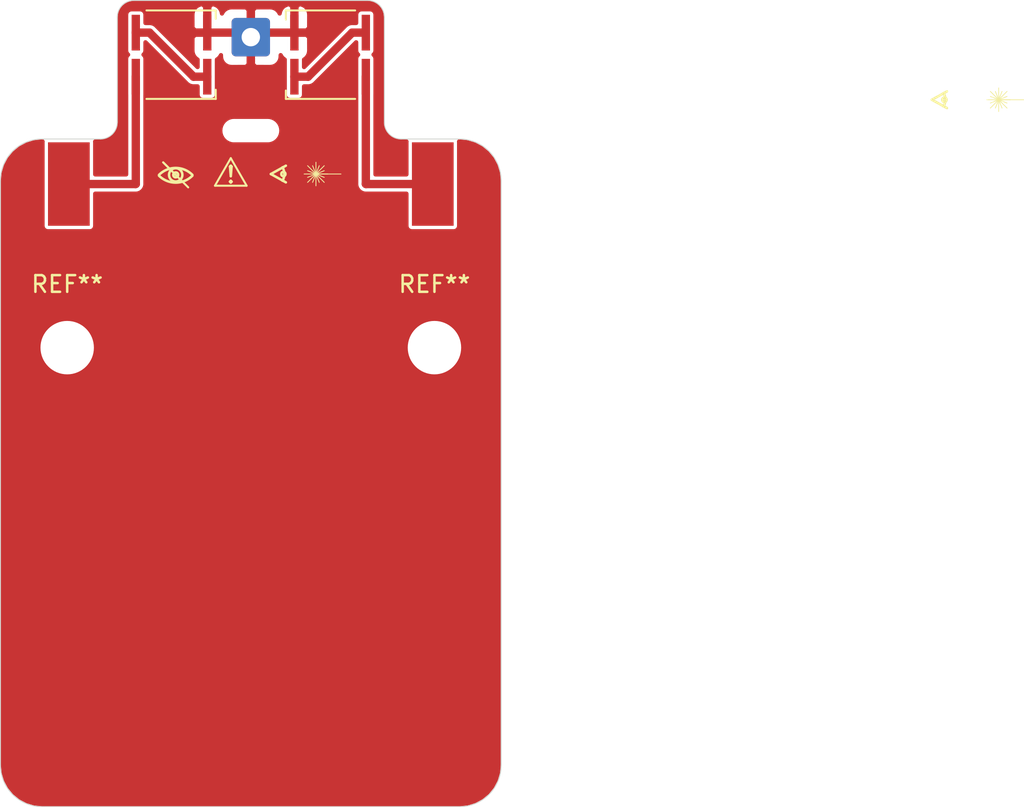
<source format=kicad_pcb>
(kicad_pcb (version 20171130) (host pcbnew "(5.1.8)-1")

  (general
    (thickness 1.6)
    (drawings 74)
    (tracks 16)
    (zones 0)
    (modules 8)
    (nets 6)
  )

  (page A4)
  (layers
    (0 F.Cu signal)
    (31 B.Cu signal)
    (32 B.Adhes user)
    (33 F.Adhes user)
    (34 B.Paste user)
    (35 F.Paste user)
    (36 B.SilkS user)
    (37 F.SilkS user)
    (38 B.Mask user)
    (39 F.Mask user)
    (40 Dwgs.User user hide)
    (41 Cmts.User user)
    (42 Eco1.User user)
    (43 Eco2.User user)
    (44 Edge.Cuts user)
    (45 Margin user)
    (46 B.CrtYd user)
    (47 F.CrtYd user)
    (48 B.Fab user)
    (49 F.Fab user hide)
  )

  (setup
    (last_trace_width 0.25)
    (user_trace_width 0.5)
    (user_trace_width 0.75)
    (user_trace_width 0.8)
    (trace_clearance 0.2)
    (zone_clearance 0)
    (zone_45_only no)
    (trace_min 0.2)
    (via_size 0.8)
    (via_drill 0.4)
    (via_min_size 0.4)
    (via_min_drill 0.3)
    (uvia_size 0.3)
    (uvia_drill 0.1)
    (uvias_allowed no)
    (uvia_min_size 0.2)
    (uvia_min_drill 0.1)
    (edge_width 0.05)
    (segment_width 0.2)
    (pcb_text_width 0.3)
    (pcb_text_size 1.5 1.5)
    (mod_edge_width 0.12)
    (mod_text_size 1 1)
    (mod_text_width 0.15)
    (pad_size 1 3)
    (pad_drill 1)
    (pad_to_mask_clearance 0)
    (aux_axis_origin 145.5 144.8)
    (grid_origin 145.5 144.8)
    (visible_elements 7FFFFFFF)
    (pcbplotparams
      (layerselection 0x010a8_7fffffff)
      (usegerberextensions false)
      (usegerberattributes true)
      (usegerberadvancedattributes true)
      (creategerberjobfile true)
      (excludeedgelayer true)
      (linewidth 0.100000)
      (plotframeref false)
      (viasonmask false)
      (mode 1)
      (useauxorigin false)
      (hpglpennumber 1)
      (hpglpenspeed 20)
      (hpglpendiameter 15.000000)
      (psnegative false)
      (psa4output false)
      (plotreference true)
      (plotvalue true)
      (plotinvisibletext false)
      (padsonsilk false)
      (subtractmaskfromsilk false)
      (outputformat 1)
      (mirror false)
      (drillshape 0)
      (scaleselection 1)
      (outputdirectory "gerber/"))
  )

  (net 0 "")
  (net 1 "Net-(D1-Pad2)")
  (net 2 "Net-(D1-Pad1)")
  (net 3 GND)
  (net 4 "Net-(D2-Pad3)")
  (net 5 "Net-(D2-Pad1)")

  (net_class Default "This is the default net class."
    (clearance 0.2)
    (trace_width 0.25)
    (via_dia 0.8)
    (via_drill 0.4)
    (uvia_dia 0.3)
    (uvia_drill 0.1)
    (add_net GND)
    (add_net "Net-(D1-Pad1)")
    (add_net "Net-(D1-Pad2)")
    (add_net "Net-(D2-Pad1)")
    (add_net "Net-(D2-Pad3)")
  )

  (module MountingHole:MountingHole_3.2mm_M3_DIN965 (layer F.Cu) (tedit 56D1B4CB) (tstamp 611A6EF5)
    (at 171.5 127.3)
    (descr "Mounting Hole 3.2mm, no annular, M3, DIN965")
    (tags "mounting hole 3.2mm no annular m3 din965")
    (attr virtual)
    (fp_text reference REF** (at 0 -3.8) (layer F.SilkS)
      (effects (font (size 1 1) (thickness 0.15)))
    )
    (fp_text value MountingHole_3.2mm_M3_DIN965 (at 0 3.8) (layer F.Fab)
      (effects (font (size 1 1) (thickness 0.15)))
    )
    (fp_text user %R (at 0.3 0) (layer F.Fab)
      (effects (font (size 1 1) (thickness 0.15)))
    )
    (fp_circle (center 0 0) (end 2.8 0) (layer Cmts.User) (width 0.15))
    (fp_circle (center 0 0) (end 3.05 0) (layer F.CrtYd) (width 0.05))
    (pad 1 np_thru_hole circle (at 0 0) (size 3.2 3.2) (drill 3.2) (layers *.Cu *.Mask))
  )

  (module MountingHole:MountingHole_3.2mm_M3_DIN965 (layer F.Cu) (tedit 56D1B4CB) (tstamp 611A6ED1)
    (at 149.5 127.3)
    (descr "Mounting Hole 3.2mm, no annular, M3, DIN965")
    (tags "mounting hole 3.2mm no annular m3 din965")
    (attr virtual)
    (fp_text reference REF** (at 0 -3.8) (layer F.SilkS)
      (effects (font (size 1 1) (thickness 0.15)))
    )
    (fp_text value MountingHole_3.2mm_M3_DIN965 (at 0 3.8) (layer F.Fab)
      (effects (font (size 1 1) (thickness 0.15)))
    )
    (fp_text user %R (at 0.3 0) (layer F.Fab)
      (effects (font (size 1 1) (thickness 0.15)))
    )
    (fp_circle (center 0 0) (end 2.8 0) (layer Cmts.User) (width 0.15))
    (fp_circle (center 0 0) (end 3.05 0) (layer F.CrtYd) (width 0.05))
    (pad 1 np_thru_hole circle (at 0 0) (size 3.2 3.2) (drill 3.2) (layers *.Cu *.Mask))
  )

  (module MountingHole:Hole_1x3mm (layer F.Cu) (tedit 610FFC89) (tstamp 61105B2D)
    (at 160.5 114.3 90)
    (fp_text reference REF** (at 0 0.5 90) (layer F.Fab)
      (effects (font (size 1 1) (thickness 0.15)))
    )
    (fp_text value Hole_1x3mm (at 0 -0.5 90) (layer F.Fab)
      (effects (font (size 1 1) (thickness 0.15)))
    )
    (pad "" np_thru_hole oval (at 0 0 90) (size 1 3) (drill oval 1 3) (layers *.Cu *.Mask))
  )

  (module Connector_Wire:SolderWirePad_1x01_SMD_2.5x5mm (layer F.Cu) (tedit 610FE725) (tstamp 61073EF4)
    (at 171.4 117.5)
    (descr "Wire Pad, Square, SMD Pad,  5mm x 10mm,")
    (tags "MesurementPoint Square SMDPad 5mmx10mm ")
    (path /6108993B)
    (attr smd virtual)
    (fp_text reference J3 (at 0 -3.81) (layer F.Fab)
      (effects (font (size 1 1) (thickness 0.15)))
    )
    (fp_text value Conn_01x01_Female (at 0 3.81) (layer F.Fab)
      (effects (font (size 1 1) (thickness 0.15)))
    )
    (fp_line (start 1.397 -2.667) (end -1.397 -2.667) (layer F.CrtYd) (width 0.05))
    (fp_line (start 1.397 2.667) (end 1.397 -2.667) (layer F.CrtYd) (width 0.05))
    (fp_line (start -1.397 2.667) (end 1.397 2.667) (layer F.CrtYd) (width 0.05))
    (fp_line (start -1.397 -2.667) (end -1.397 2.667) (layer F.CrtYd) (width 0.05))
    (fp_text user %R (at 0 0) (layer F.Fab)
      (effects (font (size 1 1) (thickness 0.15)))
    )
    (pad 1 smd rect (at 0 0) (size 2.5 5) (layers F.Cu F.Paste F.Mask)
      (net 4 "Net-(D2-Pad3)"))
  )

  (module Connector_Wire:SolderWirePad_1x01_SMD_2.5x5mm (layer F.Cu) (tedit 610FE725) (tstamp 611057AA)
    (at 149.6 117.5)
    (descr "Wire Pad, Square, SMD Pad,  5mm x 10mm,")
    (tags "MesurementPoint Square SMDPad 5mmx10mm ")
    (path /61088A0B)
    (attr smd virtual)
    (fp_text reference J2 (at 0 -3.81) (layer F.Fab)
      (effects (font (size 1 1) (thickness 0.15)))
    )
    (fp_text value Conn_01x01_Female (at 0 3.81) (layer F.Fab)
      (effects (font (size 1 1) (thickness 0.15)))
    )
    (fp_line (start 1.397 -2.667) (end -1.397 -2.667) (layer F.CrtYd) (width 0.05))
    (fp_line (start 1.397 2.667) (end 1.397 -2.667) (layer F.CrtYd) (width 0.05))
    (fp_line (start -1.397 2.667) (end 1.397 2.667) (layer F.CrtYd) (width 0.05))
    (fp_line (start -1.397 -2.667) (end -1.397 2.667) (layer F.CrtYd) (width 0.05))
    (fp_text user %R (at 0 0) (layer F.Fab)
      (effects (font (size 1 1) (thickness 0.15)))
    )
    (pad 1 smd rect (at 0 0) (size 2.5 5) (layers F.Cu F.Paste F.Mask)
      (net 2 "Net-(D1-Pad1)"))
  )

  (module Connector_Wire:SolderWire-0.5sqmm_1x01_D0.9mm_OD2.3mm locked (layer F.Cu) (tedit 5EB70B44) (tstamp 61073EDE)
    (at 160.5 108.7)
    (descr "Soldered wire connection, for a single 0.5 mm² wire, reinforced insulation, conductor diameter 0.9mm, outer diameter 2.3mm, size source Multi-Contact FLEXI-xV 0.5 (https://ec.staubli.com/AcroFiles/Catalogues/TM_Cab-Main-11014119_(en)_hi.pdf), bend radius 3 times outer diameter, generated with kicad-footprint-generator")
    (tags "connector wire 0.5sqmm")
    (path /6108A47A)
    (attr virtual)
    (fp_text reference J1 (at 0 -2.35) (layer F.Fab)
      (effects (font (size 1 1) (thickness 0.15)))
    )
    (fp_text value Conn_01x01_Female (at 0 2.35) (layer F.Fab)
      (effects (font (size 1 1) (thickness 0.15)))
    )
    (fp_circle (center 0 0) (end 1.15 0) (layer F.Fab) (width 0.1))
    (fp_line (start -1.9 -1.65) (end -1.9 1.65) (layer F.CrtYd) (width 0.05))
    (fp_line (start -1.9 1.65) (end 1.9 1.65) (layer F.CrtYd) (width 0.05))
    (fp_line (start 1.9 1.65) (end 1.9 -1.65) (layer F.CrtYd) (width 0.05))
    (fp_line (start 1.9 -1.65) (end -1.9 -1.65) (layer F.CrtYd) (width 0.05))
    (fp_text user %R (at 0 0) (layer F.Fab)
      (effects (font (size 0.57 0.57) (thickness 0.09)))
    )
    (pad 1 thru_hole roundrect (at 0 0) (size 2.3 2.3) (drill 1.1) (layers *.Cu *.Mask) (roundrect_rratio 0.108695652173913)
      (net 3 GND))
    (model ${KISYS3DMOD}/Connector_Wire.3dshapes/SolderWire-0.5sqmm_1x01_D0.9mm_OD2.3mm.wrl
      (at (xyz 0 0 0))
      (scale (xyz 1 1 1))
      (rotate (xyz 0 0 0))
    )
  )

  (module LED_SMD:LED_Cree-XHP50 locked (layer F.Cu) (tedit 607344C5) (tstamp 61073FF9)
    (at 165.25 109.75)
    (descr "Cree XHP50, 12V footprint, http://www.cree.com/~/media/Files/Cree/LED%20Components%20and%20Modules/XLamp/Data%20and%20Binning/ds%20XHP50.pdf")
    (tags "LED XHP50 Cree")
    (path /6107BABA)
    (attr smd)
    (fp_text reference D2 (at 0 -3.5) (layer F.Fab)
      (effects (font (size 1 1) (thickness 0.15)))
    )
    (fp_text value LED_Cree_XHP50 (at 0 3.5) (layer F.Fab)
      (effects (font (size 1 1) (thickness 0.15)))
    )
    (fp_line (start -2.5 -2.5) (end 2.5 -2.5) (layer F.Fab) (width 0.1))
    (fp_line (start 2.5 -2.5) (end 2.5 2.5) (layer F.Fab) (width 0.1))
    (fp_line (start 2.5 2.5) (end -2.5 2.5) (layer F.Fab) (width 0.1))
    (fp_line (start -2.5 2.5) (end -2.5 -2.5) (layer F.Fab) (width 0.1))
    (fp_line (start 2.7 -2.7) (end -2.7 -2.7) (layer F.CrtYd) (width 0.05))
    (fp_line (start -2.7 -2.7) (end -2.7 2.7) (layer F.CrtYd) (width 0.05))
    (fp_line (start -2.7 2.7) (end 2.7 2.7) (layer F.CrtYd) (width 0.05))
    (fp_line (start 2.7 2.7) (end 2.7 -2.7) (layer F.CrtYd) (width 0.05))
    (fp_line (start 1.5 -2.65) (end -2.65 -2.65) (layer F.SilkS) (width 0.12))
    (fp_line (start 1.5 2.65) (end -2.65 2.65) (layer F.SilkS) (width 0.12))
    (fp_line (start -2.65 2.65) (end -2.65 2.15) (layer F.SilkS) (width 0.12))
    (fp_line (start -2.65 -2.65) (end -2.65 -2.1) (layer F.SilkS) (width 0.12))
    (fp_line (start 2 -1.25) (end 1.25 -1.25) (layer F.Fab) (width 0.1))
    (fp_line (start 1.25 -1.25) (end 1.25 -1.75) (layer F.Fab) (width 0.1))
    (fp_line (start 1.25 -1.75) (end 0.5 -1.25) (layer F.Fab) (width 0.1))
    (fp_line (start 0.5 -1.25) (end 1.25 -0.75) (layer F.Fab) (width 0.1))
    (fp_line (start 1.25 -0.75) (end 1.25 -1.25) (layer F.Fab) (width 0.1))
    (fp_line (start 0.5 -1.75) (end 0.5 -0.75) (layer F.Fab) (width 0.1))
    (fp_line (start -2 -1.25) (end -1.25 -1.25) (layer F.Fab) (width 0.1))
    (fp_line (start -1.25 -1.25) (end -1.25 -1.75) (layer F.Fab) (width 0.1))
    (fp_line (start -1.25 -1.25) (end -1.25 -0.75) (layer F.Fab) (width 0.1))
    (fp_line (start -1.25 -1.25) (end -0.5 -1.75) (layer F.Fab) (width 0.1))
    (fp_line (start -0.5 -1.75) (end -0.5 -0.75) (layer F.Fab) (width 0.1))
    (fp_line (start -0.5 -0.75) (end -1.25 -1.25) (layer F.Fab) (width 0.1))
    (fp_line (start -0.5 -1.25) (end 0.5 -1.25) (layer F.Fab) (width 0.1))
    (fp_line (start 2 1.25) (end 1.25 1.25) (layer F.Fab) (width 0.1))
    (fp_line (start 1.25 0.75) (end 1.25 1.75) (layer F.Fab) (width 0.1))
    (fp_line (start 1.25 0.75) (end 0.5 1.25) (layer F.Fab) (width 0.1))
    (fp_line (start 0.5 1.25) (end 1.25 1.75) (layer F.Fab) (width 0.1))
    (fp_line (start 0.5 0.75) (end 0.5 1.75) (layer F.Fab) (width 0.1))
    (fp_line (start -2 1.25) (end -1.25 1.25) (layer F.Fab) (width 0.1))
    (fp_line (start -1.25 1.25) (end -1.25 0.75) (layer F.Fab) (width 0.1))
    (fp_line (start -1.25 1.25) (end -1.25 1.75) (layer F.Fab) (width 0.1))
    (fp_line (start -1.25 1.25) (end -0.5 0.75) (layer F.Fab) (width 0.1))
    (fp_line (start -0.5 0.75) (end -0.5 1.75) (layer F.Fab) (width 0.1))
    (fp_line (start -0.5 1.75) (end -1.25 1.25) (layer F.Fab) (width 0.1))
    (fp_line (start -0.5 1.25) (end 0.5 1.25) (layer F.Fab) (width 0.1))
    (fp_text user %R (at 0 0) (layer F.Fab)
      (effects (font (size 1 1) (thickness 0.1)))
    )
    (pad 2 smd rect (at -2.14 -1.32) (size 0.5 2.14) (layers F.Cu F.Paste F.Mask)
      (net 3 GND))
    (pad 3 smd rect (at 2.14 1.32) (size 0.5 2.14) (layers F.Cu F.Paste F.Mask)
      (net 4 "Net-(D2-Pad3)"))
    (pad 5 smd rect (at 0 0) (size 2.78 4.78) (layers F.Paste)
      (net 5 "Net-(D2-Pad1)"))
    (pad 1 smd rect (at 2.14 -1.32) (size 0.5 2.14) (layers F.Cu F.Paste F.Mask)
      (net 5 "Net-(D2-Pad1)"))
    (pad 4 smd rect (at -2.14 1.32) (size 0.5 2.14) (layers F.Cu F.Paste F.Mask)
      (net 5 "Net-(D2-Pad1)"))
    (model ${KISYS3DMOD}/LED_SMD.3dshapes\LED_Cree-XHP50_12V.wrl
      (at (xyz 0 0 0))
      (scale (xyz 1 1 1))
      (rotate (xyz 0 0 0))
    )
  )

  (module LED_SMD:LED_Cree-XHP50 locked (layer F.Cu) (tedit 607344C5) (tstamp 61073EA6)
    (at 155.75 109.75 180)
    (descr "Cree XHP50, 12V footprint, http://www.cree.com/~/media/Files/Cree/LED%20Components%20and%20Modules/XLamp/Data%20and%20Binning/ds%20XHP50.pdf")
    (tags "LED XHP50 Cree")
    (path /6107AC0E)
    (attr smd)
    (fp_text reference D1 (at 0 -3.5) (layer F.Fab)
      (effects (font (size 1 1) (thickness 0.15)))
    )
    (fp_text value LED_Cree_XHP50 (at 0 3.5) (layer F.Fab)
      (effects (font (size 1 1) (thickness 0.15)))
    )
    (fp_line (start -2.5 -2.5) (end 2.5 -2.5) (layer F.Fab) (width 0.1))
    (fp_line (start 2.5 -2.5) (end 2.5 2.5) (layer F.Fab) (width 0.1))
    (fp_line (start 2.5 2.5) (end -2.5 2.5) (layer F.Fab) (width 0.1))
    (fp_line (start -2.5 2.5) (end -2.5 -2.5) (layer F.Fab) (width 0.1))
    (fp_line (start 2.7 -2.7) (end -2.7 -2.7) (layer F.CrtYd) (width 0.05))
    (fp_line (start -2.7 -2.7) (end -2.7 2.7) (layer F.CrtYd) (width 0.05))
    (fp_line (start -2.7 2.7) (end 2.7 2.7) (layer F.CrtYd) (width 0.05))
    (fp_line (start 2.7 2.7) (end 2.7 -2.7) (layer F.CrtYd) (width 0.05))
    (fp_line (start 1.5 -2.65) (end -2.65 -2.65) (layer F.SilkS) (width 0.12))
    (fp_line (start 1.5 2.65) (end -2.65 2.65) (layer F.SilkS) (width 0.12))
    (fp_line (start -2.65 2.65) (end -2.65 2.15) (layer F.SilkS) (width 0.12))
    (fp_line (start -2.65 -2.65) (end -2.65 -2.1) (layer F.SilkS) (width 0.12))
    (fp_line (start 2 -1.25) (end 1.25 -1.25) (layer F.Fab) (width 0.1))
    (fp_line (start 1.25 -1.25) (end 1.25 -1.75) (layer F.Fab) (width 0.1))
    (fp_line (start 1.25 -1.75) (end 0.5 -1.25) (layer F.Fab) (width 0.1))
    (fp_line (start 0.5 -1.25) (end 1.25 -0.75) (layer F.Fab) (width 0.1))
    (fp_line (start 1.25 -0.75) (end 1.25 -1.25) (layer F.Fab) (width 0.1))
    (fp_line (start 0.5 -1.75) (end 0.5 -0.75) (layer F.Fab) (width 0.1))
    (fp_line (start -2 -1.25) (end -1.25 -1.25) (layer F.Fab) (width 0.1))
    (fp_line (start -1.25 -1.25) (end -1.25 -1.75) (layer F.Fab) (width 0.1))
    (fp_line (start -1.25 -1.25) (end -1.25 -0.75) (layer F.Fab) (width 0.1))
    (fp_line (start -1.25 -1.25) (end -0.5 -1.75) (layer F.Fab) (width 0.1))
    (fp_line (start -0.5 -1.75) (end -0.5 -0.75) (layer F.Fab) (width 0.1))
    (fp_line (start -0.5 -0.75) (end -1.25 -1.25) (layer F.Fab) (width 0.1))
    (fp_line (start -0.5 -1.25) (end 0.5 -1.25) (layer F.Fab) (width 0.1))
    (fp_line (start 2 1.25) (end 1.25 1.25) (layer F.Fab) (width 0.1))
    (fp_line (start 1.25 0.75) (end 1.25 1.75) (layer F.Fab) (width 0.1))
    (fp_line (start 1.25 0.75) (end 0.5 1.25) (layer F.Fab) (width 0.1))
    (fp_line (start 0.5 1.25) (end 1.25 1.75) (layer F.Fab) (width 0.1))
    (fp_line (start 0.5 0.75) (end 0.5 1.75) (layer F.Fab) (width 0.1))
    (fp_line (start -2 1.25) (end -1.25 1.25) (layer F.Fab) (width 0.1))
    (fp_line (start -1.25 1.25) (end -1.25 0.75) (layer F.Fab) (width 0.1))
    (fp_line (start -1.25 1.25) (end -1.25 1.75) (layer F.Fab) (width 0.1))
    (fp_line (start -1.25 1.25) (end -0.5 0.75) (layer F.Fab) (width 0.1))
    (fp_line (start -0.5 0.75) (end -0.5 1.75) (layer F.Fab) (width 0.1))
    (fp_line (start -0.5 1.75) (end -1.25 1.25) (layer F.Fab) (width 0.1))
    (fp_line (start -0.5 1.25) (end 0.5 1.25) (layer F.Fab) (width 0.1))
    (fp_text user %R (at 0 0) (layer F.Fab)
      (effects (font (size 1 1) (thickness 0.1)))
    )
    (pad 2 smd rect (at -2.14 -1.32 180) (size 0.5 2.14) (layers F.Cu F.Paste F.Mask)
      (net 1 "Net-(D1-Pad2)"))
    (pad 3 smd rect (at 2.14 1.32 180) (size 0.5 2.14) (layers F.Cu F.Paste F.Mask)
      (net 1 "Net-(D1-Pad2)"))
    (pad 5 smd rect (at 0 0 180) (size 2.78 4.78) (layers F.Paste)
      (net 1 "Net-(D1-Pad2)"))
    (pad 1 smd rect (at 2.14 -1.32 180) (size 0.5 2.14) (layers F.Cu F.Paste F.Mask)
      (net 2 "Net-(D1-Pad1)"))
    (pad 4 smd rect (at -2.14 1.32 180) (size 0.5 2.14) (layers F.Cu F.Paste F.Mask)
      (net 3 GND))
    (model ${KISYS3DMOD}/LED_SMD.3dshapes\LED_Cree-XHP50_12V.wrl
      (at (xyz 0 0 0))
      (scale (xyz 1 1 1))
      (rotate (xyz 0 0 0))
    )
  )

  (dimension 40 (width 0.15) (layer Dwgs.User)
    (gr_text "40,000 mm" (at 185.8 134.8 270) (layer Dwgs.User)
      (effects (font (size 1 1) (thickness 0.15)))
    )
    (feature1 (pts (xy 175.5 154.8) (xy 185.086421 154.8)))
    (feature2 (pts (xy 175.5 114.8) (xy 185.086421 114.8)))
    (crossbar (pts (xy 184.5 114.8) (xy 184.5 154.8)))
    (arrow1a (pts (xy 184.5 154.8) (xy 183.913579 153.673496)))
    (arrow1b (pts (xy 184.5 154.8) (xy 185.086421 153.673496)))
    (arrow2a (pts (xy 184.5 114.8) (xy 183.913579 115.926504)))
    (arrow2b (pts (xy 184.5 114.8) (xy 185.086421 115.926504)))
  )
  (gr_line (start 205.3 112.45) (end 205.8 112.65) (layer F.SilkS) (width 0.05) (tstamp 610FC554))
  (gr_line (start 205.3 112.45) (end 204.8 112.95) (layer F.SilkS) (width 0.05) (tstamp 610FC553))
  (gr_circle (center 156 116.95) (end 156.4 116.95) (layer F.SilkS) (width 0.15) (tstamp 610FC546))
  (gr_line (start 156 116.95) (end 155.25 116.2) (layer F.SilkS) (width 0.12) (tstamp 610FC542))
  (gr_line (start 201.3 112.45) (end 202.2 111.95) (layer F.SilkS) (width 0.15) (tstamp 610FC53C))
  (gr_line (start 205.3 112.45) (end 205.5 111.95) (layer F.SilkS) (width 0.05) (tstamp 610FC552))
  (gr_line (start 205.3 112.45) (end 206.007107 112.45) (layer F.SilkS) (width 0.05) (tstamp 610FC550))
  (gr_line (start 205.3 112.45) (end 205.8 112.25) (layer F.SilkS) (width 0.05) (tstamp 610FC559))
  (gr_line (start 205.3 112.45) (end 204.8 111.95) (layer F.SilkS) (width 0.05) (tstamp 610FC55B))
  (gr_line (start 205.3 112.45) (end 205.3 111.742893) (layer F.SilkS) (width 0.05) (tstamp 610FC54F))
  (gr_arc (start 156 117.949998) (end 156.999999 116.949999) (angle -90) (layer F.SilkS) (width 0.15) (tstamp 610FC547))
  (gr_arc (start 156 116) (end 155.000001 116.999999) (angle -90) (layer F.SilkS) (width 0.15) (tstamp 610FC548))
  (gr_line (start 201.3 112.45) (end 202.2 112.95) (layer F.SilkS) (width 0.15) (tstamp 610FC53B))
  (gr_line (start 205.3 112.45) (end 205.8 111.95) (layer F.SilkS) (width 0.05) (tstamp 610FC54D))
  (gr_line (start 205.3 112.45) (end 204.592893 112.45) (layer F.SilkS) (width 0.05) (tstamp 610FC551))
  (gr_line (start 159.3 115.95) (end 160.25 117.6) (layer F.SilkS) (width 0.12) (tstamp 610FC543))
  (gr_line (start 155.25 116.2) (end 156.75 117.7) (layer F.SilkS) (width 0.12) (tstamp 610FC541))
  (gr_arc (start 201.3 112.45) (end 201.999999 112.849999) (angle -59.5) (layer F.SilkS) (width 0.15) (tstamp 610FC53A))
  (gr_line (start 159.3 115.95) (end 158.35 117.6) (layer F.SilkS) (width 0.12) (tstamp 610FC544))
  (gr_line (start 205.3 112.45) (end 204.8 112.25) (layer F.SilkS) (width 0.05) (tstamp 610FC55C))
  (gr_line (start 205.3 112.45) (end 204.8 112.65) (layer F.SilkS) (width 0.05) (tstamp 610FC557))
  (gr_line (start 160.25 117.6) (end 158.35 117.6) (layer F.SilkS) (width 0.12) (tstamp 610FC54C))
  (gr_line (start 205.3 112.45) (end 206.8 112.45) (layer F.SilkS) (width 0.05) (tstamp 610FC53D))
  (gr_line (start 205.3 112.45) (end 205.1 112.95) (layer F.SilkS) (width 0.05) (tstamp 610FC55A))
  (gr_line (start 205.3 112.45) (end 205.8 112.95) (layer F.SilkS) (width 0.05) (tstamp 610FC54E))
  (gr_circle (center 202.05 112.45) (end 202.1 112.45) (layer F.SilkS) (width 0.15) (tstamp 610FC539))
  (gr_line (start 205.3 112.45) (end 205.5 112.95) (layer F.SilkS) (width 0.05) (tstamp 610FC556))
  (gr_circle (center 156 116.95) (end 156.070711 116.95) (layer F.SilkS) (width 0.15) (tstamp 610FC545))
  (gr_line (start 205.3 112.45) (end 205.3 113.157107) (layer F.SilkS) (width 0.05) (tstamp 610FC558))
  (gr_line (start 205.3 112.45) (end 205.1 111.95) (layer F.SilkS) (width 0.05) (tstamp 610FC555))
  (gr_text ! (at 159.3 116.95) (layer F.SilkS) (tstamp 610FC55D)
    (effects (font (size 1 1) (thickness 0.15)))
  )
  (dimension 1 (width 0.15) (layer Dwgs.User)
    (gr_text "1,000 mm" (at 185.7 114.3 90) (layer Dwgs.User)
      (effects (font (size 1 1) (thickness 0.15)))
    )
    (feature1 (pts (xy 145.5 113.8) (xy 184.986421 113.8)))
    (feature2 (pts (xy 145.5 114.8) (xy 184.986421 114.8)))
    (crossbar (pts (xy 184.4 114.8) (xy 184.4 113.8)))
    (arrow1a (pts (xy 184.4 113.8) (xy 184.986421 114.926504)))
    (arrow1b (pts (xy 184.4 113.8) (xy 183.813579 114.926504)))
    (arrow2a (pts (xy 184.4 114.8) (xy 184.986421 113.673496)))
    (arrow2b (pts (xy 184.4 114.8) (xy 183.813579 113.673496)))
  )
  (gr_line (start 168.5 113.8) (end 168.5 107.5) (layer Edge.Cuts) (width 0.05) (tstamp 61105768))
  (gr_line (start 173 114.8) (end 169.5 114.8) (layer Edge.Cuts) (width 0.05) (tstamp 61105767))
  (gr_arc (start 169.5 113.8) (end 168.5 113.8) (angle -90) (layer Edge.Cuts) (width 0.05))
  (gr_line (start 152.5 113.8) (end 152.5 107.5) (layer Edge.Cuts) (width 0.05) (tstamp 6110575B))
  (gr_line (start 148 114.8) (end 151.5 114.8) (layer Edge.Cuts) (width 0.05) (tstamp 61105759))
  (gr_arc (start 151.5 113.8) (end 151.5 114.8) (angle -90) (layer Edge.Cuts) (width 0.05))
  (gr_line (start 145.5 152.3) (end 145.5 117.3) (layer Edge.Cuts) (width 0.05) (tstamp 61105474))
  (gr_line (start 175.5 152.3) (end 175.5 117.3) (layer Edge.Cuts) (width 0.05) (tstamp 61105473))
  (gr_line (start 148 154.8) (end 173 154.8) (layer Edge.Cuts) (width 0.05) (tstamp 61105472))
  (gr_arc (start 173 152.3) (end 173 154.8) (angle -90) (layer Edge.Cuts) (width 0.05))
  (gr_arc (start 148 152.3) (end 145.5 152.3) (angle -90) (layer Edge.Cuts) (width 0.05))
  (gr_arc (start 148 117.3) (end 148 114.8) (angle -90) (layer Edge.Cuts) (width 0.05))
  (gr_arc (start 173 117.3) (end 175.5 117.3) (angle -90) (layer Edge.Cuts) (width 0.05))
  (dimension 2.5 (width 0.15) (layer Dwgs.User)
    (gr_text "2,500 mm" (at 185.7 116.05 270) (layer Dwgs.User)
      (effects (font (size 1 1) (thickness 0.15)))
    )
    (feature1 (pts (xy 145.5 117.3) (xy 184.986421 117.3)))
    (feature2 (pts (xy 145.5 114.8) (xy 184.986421 114.8)))
    (crossbar (pts (xy 184.4 114.8) (xy 184.4 117.3)))
    (arrow1a (pts (xy 184.4 117.3) (xy 183.813579 116.173496)))
    (arrow1b (pts (xy 184.4 117.3) (xy 184.986421 116.173496)))
    (arrow2a (pts (xy 184.4 114.8) (xy 183.813579 115.926504)))
    (arrow2b (pts (xy 184.4 114.8) (xy 184.986421 115.926504)))
  )
  (dimension 30 (width 0.15) (layer Dwgs.User)
    (gr_text "30,000 mm" (at 160.5 162.1) (layer Dwgs.User) (tstamp 611A5BAD)
      (effects (font (size 1 1) (thickness 0.15)))
    )
    (feature1 (pts (xy 175.5 106.5) (xy 175.5 161.386421)))
    (feature2 (pts (xy 145.5 106.5) (xy 145.5 161.386421)))
    (crossbar (pts (xy 145.5 160.8) (xy 175.5 160.8)))
    (arrow1a (pts (xy 175.5 160.8) (xy 174.373496 161.386421)))
    (arrow1b (pts (xy 175.5 160.8) (xy 174.373496 160.213579)))
    (arrow2a (pts (xy 145.5 160.8) (xy 146.626504 161.386421)))
    (arrow2b (pts (xy 145.5 160.8) (xy 146.626504 160.213579)))
  )
  (dimension 15 (width 0.15) (layer Dwgs.User)
    (gr_text "15,000 mm" (at 153 99.7) (layer Dwgs.User)
      (effects (font (size 1 1) (thickness 0.15)))
    )
    (feature1 (pts (xy 145.5 106.5) (xy 145.5 100.413579)))
    (feature2 (pts (xy 160.5 106.5) (xy 160.5 100.413579)))
    (crossbar (pts (xy 160.5 101) (xy 145.5 101)))
    (arrow1a (pts (xy 145.5 101) (xy 146.626504 100.413579)))
    (arrow1b (pts (xy 145.5 101) (xy 146.626504 101.586421)))
    (arrow2a (pts (xy 160.5 101) (xy 159.373496 100.413579)))
    (arrow2b (pts (xy 160.5 101) (xy 159.373496 101.586421)))
  )
  (dimension 15 (width 0.15) (layer Dwgs.User)
    (gr_text "15,000 mm" (at 168 99.7) (layer Dwgs.User)
      (effects (font (size 1 1) (thickness 0.15)))
    )
    (feature1 (pts (xy 175.5 106.5) (xy 175.5 100.413579)))
    (feature2 (pts (xy 160.5 106.5) (xy 160.5 100.413579)))
    (crossbar (pts (xy 160.5 101) (xy 175.5 101)))
    (arrow1a (pts (xy 175.5 101) (xy 174.373496 101.586421)))
    (arrow1b (pts (xy 175.5 101) (xy 174.373496 100.413579)))
    (arrow2a (pts (xy 160.5 101) (xy 161.626504 101.586421)))
    (arrow2b (pts (xy 160.5 101) (xy 161.626504 100.413579)))
  )
  (gr_arc (start 167.5 107.5) (end 168.5 107.5) (angle -90) (layer Edge.Cuts) (width 0.05))
  (gr_arc (start 153.5 107.5) (end 153.5 106.5) (angle -90) (layer Edge.Cuts) (width 0.05))
  (gr_line (start 153.5 106.5) (end 167.5 106.5) (layer Edge.Cuts) (width 0.05))
  (gr_circle (center 162.45 116.9) (end 162.5 116.9) (layer F.SilkS) (width 0.15))
  (gr_arc (start 161.7 116.9) (end 162.399999 117.299999) (angle -59.5) (layer F.SilkS) (width 0.15))
  (gr_line (start 161.7 116.9) (end 162.6 117.4) (layer F.SilkS) (width 0.15))
  (gr_line (start 161.7 116.9) (end 162.6 116.4) (layer F.SilkS) (width 0.15) (tstamp 610FEA16))
  (gr_line (start 164.4 116.9) (end 165.9 116.9) (layer F.SilkS) (width 0.05))
  (gr_line (start 164.4 116.9) (end 164.2 117.4) (layer F.SilkS) (width 0.05))
  (gr_line (start 164.4 116.9) (end 164.6 116.4) (layer F.SilkS) (width 0.05))
  (gr_line (start 164.4 116.9) (end 164.2 116.4) (layer F.SilkS) (width 0.05))
  (gr_line (start 164.4 116.9) (end 163.9 116.7) (layer F.SilkS) (width 0.05))
  (gr_line (start 164.4 116.9) (end 164.6 117.4) (layer F.SilkS) (width 0.05))
  (gr_line (start 164.4 116.9) (end 164.9 117.1) (layer F.SilkS) (width 0.05))
  (gr_line (start 164.4 116.9) (end 163.9 117.1) (layer F.SilkS) (width 0.05))
  (gr_line (start 164.4 116.9) (end 164.9 116.7) (layer F.SilkS) (width 0.05))
  (gr_line (start 164.4 116.9) (end 163.9 117.4) (layer F.SilkS) (width 0.05))
  (gr_line (start 164.4 116.9) (end 164.9 116.4) (layer F.SilkS) (width 0.05))
  (gr_line (start 164.4 116.9) (end 163.9 116.4) (layer F.SilkS) (width 0.05))
  (gr_line (start 164.4 116.9) (end 164.9 117.4) (layer F.SilkS) (width 0.05))
  (gr_line (start 164.4 116.9) (end 164.4 117.607107) (layer F.SilkS) (width 0.05) (tstamp 610760FA))
  (gr_line (start 164.4 116.9) (end 163.692893 116.9) (layer F.SilkS) (width 0.05) (tstamp 610760F9))
  (gr_line (start 164.4 116.9) (end 164.4 116.192893) (layer F.SilkS) (width 0.05) (tstamp 610760F8))
  (gr_line (start 164.4 116.9) (end 165.107107 116.9) (layer F.SilkS) (width 0.05) (tstamp 610760F7))

  (segment (start 153.61 108.43) (end 154.43 108.43) (width 0.5) (layer F.Cu) (net 1))
  (segment (start 157.07 111.07) (end 157.89 111.07) (width 0.5) (layer F.Cu) (net 1))
  (segment (start 154.43 108.43) (end 157.07 111.07) (width 0.5) (layer F.Cu) (net 1))
  (segment (start 153.61 111.07) (end 153.61 117.49) (width 0.5) (layer F.Cu) (net 2))
  (segment (start 153.6 117.5) (end 149.6 117.5) (width 0.5) (layer F.Cu) (net 2))
  (segment (start 153.61 117.49) (end 153.6 117.5) (width 0.5) (layer F.Cu) (net 2))
  (segment (start 160.23 108.43) (end 160.5 108.7) (width 0.5) (layer F.Cu) (net 3))
  (segment (start 157.89 108.43) (end 160.23 108.43) (width 0.5) (layer F.Cu) (net 3))
  (segment (start 160.77 108.43) (end 160.5 108.7) (width 0.5) (layer F.Cu) (net 3))
  (segment (start 163.11 108.43) (end 160.77 108.43) (width 0.5) (layer F.Cu) (net 3))
  (segment (start 167.39 111.07) (end 167.39 117.49) (width 0.5) (layer F.Cu) (net 4))
  (segment (start 167.4 117.5) (end 171.4 117.5) (width 0.5) (layer F.Cu) (net 4))
  (segment (start 167.39 117.49) (end 167.4 117.5) (width 0.5) (layer F.Cu) (net 4))
  (segment (start 167.39 108.43) (end 166.57 108.43) (width 0.5) (layer F.Cu) (net 5))
  (segment (start 163.93 111.07) (end 163.11 111.07) (width 0.5) (layer F.Cu) (net 5))
  (segment (start 166.57 108.43) (end 163.93 111.07) (width 0.5) (layer F.Cu) (net 5))

  (zone (net 3) (net_name GND) (layer F.Cu) (tstamp 61105BB9) (hatch edge 0.508)
    (connect_pads (clearance 0))
    (min_thickness 0.254)
    (fill yes (arc_segments 32) (thermal_gap 0.508) (thermal_bridge_width 0.508))
    (polygon
      (pts
        (xy 175.5 154.8) (xy 145.5 154.8) (xy 145.5 106.5) (xy 175.5 106.5)
      )
    )
    (filled_polygon
      (pts
        (xy 167.664569 106.668866) (xy 167.822871 106.71666) (xy 167.968872 106.794289) (xy 168.097015 106.8988) (xy 168.202418 107.026209)
        (xy 168.281069 107.171671) (xy 168.329966 107.329631) (xy 168.348001 107.501221) (xy 168.348 113.807461) (xy 168.348694 113.814503)
        (xy 168.34865 113.820758) (xy 168.348857 113.82287) (xy 168.369258 114.016967) (xy 168.372027 114.030457) (xy 168.374609 114.043994)
        (xy 168.375223 114.046025) (xy 168.432935 114.232463) (xy 168.43826 114.24513) (xy 168.443434 114.257937) (xy 168.44443 114.259811)
        (xy 168.537255 114.431487) (xy 168.544954 114.442902) (xy 168.552503 114.454437) (xy 168.553844 114.456082) (xy 168.678248 114.606459)
        (xy 168.688043 114.616186) (xy 168.697663 114.62601) (xy 168.699298 114.627363) (xy 168.85054 114.750713) (xy 168.86202 114.75834)
        (xy 168.873382 114.76612) (xy 168.875248 114.767129) (xy 169.047571 114.858754) (xy 169.060314 114.864007) (xy 169.07297 114.869431)
        (xy 169.074997 114.870059) (xy 169.261833 114.926468) (xy 169.275393 114.929153) (xy 169.288823 114.932008) (xy 169.290933 114.93223)
        (xy 169.485167 114.951275) (xy 169.485178 114.951275) (xy 169.492538 114.952) (xy 169.826146 114.952) (xy 169.821418 115)
        (xy 169.821418 116.923) (xy 167.967 116.923) (xy 167.967 112.156061) (xy 167.968582 112.14) (xy 167.968582 110)
        (xy 167.962268 109.935897) (xy 167.94357 109.874257) (xy 167.913206 109.81745) (xy 167.872343 109.767657) (xy 167.850827 109.75)
        (xy 167.872343 109.732343) (xy 167.913206 109.68255) (xy 167.94357 109.625743) (xy 167.962268 109.564103) (xy 167.968582 109.5)
        (xy 167.968582 108.442275) (xy 167.969791 108.43) (xy 167.968582 108.417725) (xy 167.968582 107.36) (xy 167.962268 107.295897)
        (xy 167.94357 107.234257) (xy 167.913206 107.17745) (xy 167.872343 107.127657) (xy 167.82255 107.086794) (xy 167.765743 107.05643)
        (xy 167.704103 107.037732) (xy 167.64 107.031418) (xy 167.14 107.031418) (xy 167.075897 107.037732) (xy 167.014257 107.05643)
        (xy 166.95745 107.086794) (xy 166.907657 107.127657) (xy 166.866794 107.17745) (xy 166.83643 107.234257) (xy 166.817732 107.295897)
        (xy 166.811418 107.36) (xy 166.811418 107.853) (xy 166.598331 107.853) (xy 166.57 107.85021) (xy 166.541669 107.853)
        (xy 166.541664 107.853) (xy 166.514886 107.855637) (xy 166.456888 107.861349) (xy 166.392782 107.880796) (xy 166.348124 107.894343)
        (xy 166.247885 107.947921) (xy 166.160026 108.020026) (xy 166.141961 108.042038) (xy 163.690999 110.493) (xy 163.688582 110.493)
        (xy 163.688582 110.044002) (xy 163.72054 110.026447) (xy 163.816317 109.945994) (xy 163.894558 109.848401) (xy 163.952257 109.737419)
        (xy 163.987195 109.617314) (xy 163.99803 109.4927) (xy 163.995 108.71575) (xy 163.83625 108.557) (xy 163.233 108.557)
        (xy 163.233 108.577) (xy 162.987 108.577) (xy 162.987 108.557) (xy 162.963 108.557) (xy 162.963 108.303)
        (xy 162.987 108.303) (xy 162.987 106.88375) (xy 163.233 106.88375) (xy 163.233 108.303) (xy 163.83625 108.303)
        (xy 163.995 108.14425) (xy 163.99803 107.3673) (xy 163.987195 107.242686) (xy 163.952257 107.122581) (xy 163.894558 107.011599)
        (xy 163.816317 106.914006) (xy 163.72054 106.833553) (xy 163.610908 106.773331) (xy 163.491633 106.735653) (xy 163.39175 106.725)
        (xy 163.233 106.88375) (xy 162.987 106.88375) (xy 162.82825 106.725) (xy 162.728367 106.735653) (xy 162.609092 106.773331)
        (xy 162.49946 106.833553) (xy 162.403683 106.914006) (xy 162.325442 107.011599) (xy 162.267743 107.122581) (xy 162.232805 107.242686)
        (xy 162.229021 107.286211) (xy 162.180537 107.195506) (xy 162.101185 107.098815) (xy 162.004494 107.019463) (xy 161.89418 106.960498)
        (xy 161.774482 106.924188) (xy 161.65 106.911928) (xy 160.78575 106.915) (xy 160.627 107.07375) (xy 160.627 108.573)
        (xy 160.647 108.573) (xy 160.647 108.827) (xy 160.627 108.827) (xy 160.627 110.32625) (xy 160.78575 110.485)
        (xy 161.65 110.488072) (xy 161.774482 110.475812) (xy 161.89418 110.439502) (xy 162.004494 110.380537) (xy 162.101185 110.301185)
        (xy 162.180537 110.204494) (xy 162.239502 110.09418) (xy 162.275812 109.974482) (xy 162.288072 109.85) (xy 162.287809 109.776015)
        (xy 162.325442 109.848401) (xy 162.403683 109.945994) (xy 162.49946 110.026447) (xy 162.531418 110.044002) (xy 162.531418 111.057725)
        (xy 162.530209 111.07) (xy 162.531418 111.082275) (xy 162.531418 112.14) (xy 162.537732 112.204103) (xy 162.55643 112.265743)
        (xy 162.586794 112.32255) (xy 162.627657 112.372343) (xy 162.67745 112.413206) (xy 162.734257 112.44357) (xy 162.795897 112.462268)
        (xy 162.86 112.468582) (xy 163.36 112.468582) (xy 163.424103 112.462268) (xy 163.485743 112.44357) (xy 163.54255 112.413206)
        (xy 163.592343 112.372343) (xy 163.633206 112.32255) (xy 163.66357 112.265743) (xy 163.682268 112.204103) (xy 163.688582 112.14)
        (xy 163.688582 111.647) (xy 163.901669 111.647) (xy 163.93 111.64979) (xy 163.958331 111.647) (xy 163.958336 111.647)
        (xy 163.988045 111.644074) (xy 164.043111 111.638651) (xy 164.08777 111.625103) (xy 164.151876 111.605657) (xy 164.252115 111.552079)
        (xy 164.339974 111.479974) (xy 164.358039 111.457962) (xy 166.809001 109.007) (xy 166.811418 109.007) (xy 166.811418 109.5)
        (xy 166.817732 109.564103) (xy 166.83643 109.625743) (xy 166.866794 109.68255) (xy 166.907657 109.732343) (xy 166.929173 109.75)
        (xy 166.907657 109.767657) (xy 166.866794 109.81745) (xy 166.83643 109.874257) (xy 166.817732 109.935897) (xy 166.811418 110)
        (xy 166.811418 112.14) (xy 166.813 112.156063) (xy 166.813001 117.461659) (xy 166.81021 117.49) (xy 166.821349 117.603111)
        (xy 166.854344 117.711876) (xy 166.907922 117.812115) (xy 166.93884 117.849788) (xy 166.961963 117.877964) (xy 166.961966 117.877967)
        (xy 166.980027 117.899974) (xy 166.985516 117.904479) (xy 166.990026 117.909974) (xy 167.077885 117.982079) (xy 167.178124 118.035657)
        (xy 167.286888 118.06865) (xy 167.371664 118.077) (xy 167.371671 118.077) (xy 167.399999 118.07979) (xy 167.428328 118.077)
        (xy 169.821418 118.077) (xy 169.821418 120) (xy 169.827732 120.064103) (xy 169.84643 120.125743) (xy 169.876794 120.18255)
        (xy 169.917657 120.232343) (xy 169.96745 120.273206) (xy 170.024257 120.30357) (xy 170.085897 120.322268) (xy 170.15 120.328582)
        (xy 172.65 120.328582) (xy 172.714103 120.322268) (xy 172.775743 120.30357) (xy 172.83255 120.273206) (xy 172.882343 120.232343)
        (xy 172.923206 120.18255) (xy 172.95357 120.125743) (xy 172.972268 120.064103) (xy 172.978582 120) (xy 172.978582 115)
        (xy 172.973854 114.952) (xy 172.992561 114.952) (xy 173.45592 114.997433) (xy 173.894473 115.129839) (xy 174.298959 115.344907)
        (xy 174.653969 115.634446) (xy 174.945975 115.987423) (xy 175.163864 116.390399) (xy 175.299329 116.828015) (xy 175.347967 117.290775)
        (xy 175.348001 117.300531) (xy 175.348 152.292561) (xy 175.302567 152.755922) (xy 175.170159 153.194477) (xy 174.955091 153.598961)
        (xy 174.665554 153.953969) (xy 174.312577 154.245977) (xy 173.909601 154.463864) (xy 173.471984 154.599329) (xy 173.009225 154.647967)
        (xy 172.999755 154.648) (xy 148.007439 154.648) (xy 147.544078 154.602567) (xy 147.105523 154.470159) (xy 146.701039 154.255091)
        (xy 146.346031 153.965554) (xy 146.054023 153.612577) (xy 145.836136 153.209601) (xy 145.700671 152.771984) (xy 145.652033 152.309225)
        (xy 145.652 152.299755) (xy 145.652 117.307439) (xy 145.697433 116.84408) (xy 145.829839 116.405527) (xy 146.044907 116.001041)
        (xy 146.334446 115.646031) (xy 146.687423 115.354025) (xy 147.090399 115.136136) (xy 147.528015 115.000671) (xy 147.990775 114.952033)
        (xy 148.000245 114.952) (xy 148.026146 114.952) (xy 148.021418 115) (xy 148.021418 120) (xy 148.027732 120.064103)
        (xy 148.04643 120.125743) (xy 148.076794 120.18255) (xy 148.117657 120.232343) (xy 148.16745 120.273206) (xy 148.224257 120.30357)
        (xy 148.285897 120.322268) (xy 148.35 120.328582) (xy 150.85 120.328582) (xy 150.914103 120.322268) (xy 150.975743 120.30357)
        (xy 151.03255 120.273206) (xy 151.082343 120.232343) (xy 151.123206 120.18255) (xy 151.15357 120.125743) (xy 151.172268 120.064103)
        (xy 151.178582 120) (xy 151.178582 118.077) (xy 153.571669 118.077) (xy 153.6 118.07979) (xy 153.628331 118.077)
        (xy 153.628336 118.077) (xy 153.658045 118.074074) (xy 153.713111 118.068651) (xy 153.75777 118.055103) (xy 153.821876 118.035657)
        (xy 153.922115 117.982079) (xy 154.009974 117.909974) (xy 154.014482 117.904482) (xy 154.019974 117.899974) (xy 154.092079 117.812115)
        (xy 154.145657 117.711876) (xy 154.17865 117.603112) (xy 154.187 117.518336) (xy 154.187 117.518329) (xy 154.18979 117.490001)
        (xy 154.187 117.461672) (xy 154.187 114.3) (xy 158.668999 114.3) (xy 158.684966 114.46212) (xy 158.732255 114.61801)
        (xy 158.809048 114.761679) (xy 158.912394 114.887606) (xy 159.038321 114.990952) (xy 159.18199 115.067745) (xy 159.33788 115.115034)
        (xy 159.459376 115.127) (xy 161.540624 115.127) (xy 161.66212 115.115034) (xy 161.81801 115.067745) (xy 161.961679 114.990952)
        (xy 162.087606 114.887606) (xy 162.190952 114.761679) (xy 162.267745 114.61801) (xy 162.315034 114.46212) (xy 162.331001 114.3)
        (xy 162.315034 114.13788) (xy 162.267745 113.98199) (xy 162.190952 113.838321) (xy 162.087606 113.712394) (xy 161.961679 113.609048)
        (xy 161.81801 113.532255) (xy 161.66212 113.484966) (xy 161.540624 113.473) (xy 159.459376 113.473) (xy 159.33788 113.484966)
        (xy 159.18199 113.532255) (xy 159.038321 113.609048) (xy 158.912394 113.712394) (xy 158.809048 113.838321) (xy 158.732255 113.98199)
        (xy 158.684966 114.13788) (xy 158.668999 114.3) (xy 154.187 114.3) (xy 154.187 112.156061) (xy 154.188582 112.14)
        (xy 154.188582 110) (xy 154.182268 109.935897) (xy 154.16357 109.874257) (xy 154.133206 109.81745) (xy 154.092343 109.767657)
        (xy 154.070827 109.75) (xy 154.092343 109.732343) (xy 154.133206 109.68255) (xy 154.16357 109.625743) (xy 154.182268 109.564103)
        (xy 154.188582 109.5) (xy 154.188582 109.007) (xy 154.190999 109.007) (xy 156.641961 111.457962) (xy 156.660026 111.479974)
        (xy 156.747885 111.552079) (xy 156.848124 111.605657) (xy 156.892782 111.619204) (xy 156.956888 111.638651) (xy 157.014886 111.644363)
        (xy 157.041664 111.647) (xy 157.041669 111.647) (xy 157.07 111.64979) (xy 157.098331 111.647) (xy 157.311418 111.647)
        (xy 157.311418 112.14) (xy 157.317732 112.204103) (xy 157.33643 112.265743) (xy 157.366794 112.32255) (xy 157.407657 112.372343)
        (xy 157.45745 112.413206) (xy 157.514257 112.44357) (xy 157.575897 112.462268) (xy 157.64 112.468582) (xy 158.14 112.468582)
        (xy 158.204103 112.462268) (xy 158.265743 112.44357) (xy 158.32255 112.413206) (xy 158.372343 112.372343) (xy 158.413206 112.32255)
        (xy 158.44357 112.265743) (xy 158.462268 112.204103) (xy 158.468582 112.14) (xy 158.468582 111.082275) (xy 158.469791 111.07)
        (xy 158.468582 111.057725) (xy 158.468582 110.044002) (xy 158.50054 110.026447) (xy 158.596317 109.945994) (xy 158.674558 109.848401)
        (xy 158.712191 109.776015) (xy 158.711928 109.85) (xy 158.724188 109.974482) (xy 158.760498 110.09418) (xy 158.819463 110.204494)
        (xy 158.898815 110.301185) (xy 158.995506 110.380537) (xy 159.10582 110.439502) (xy 159.225518 110.475812) (xy 159.35 110.488072)
        (xy 160.21425 110.485) (xy 160.373 110.32625) (xy 160.373 108.827) (xy 160.353 108.827) (xy 160.353 108.573)
        (xy 160.373 108.573) (xy 160.373 107.07375) (xy 160.21425 106.915) (xy 159.35 106.911928) (xy 159.225518 106.924188)
        (xy 159.10582 106.960498) (xy 158.995506 107.019463) (xy 158.898815 107.098815) (xy 158.819463 107.195506) (xy 158.770979 107.286211)
        (xy 158.767195 107.242686) (xy 158.732257 107.122581) (xy 158.674558 107.011599) (xy 158.596317 106.914006) (xy 158.50054 106.833553)
        (xy 158.390908 106.773331) (xy 158.271633 106.735653) (xy 158.17175 106.725) (xy 158.013 106.88375) (xy 158.013 108.303)
        (xy 158.037 108.303) (xy 158.037 108.557) (xy 158.013 108.557) (xy 158.013 108.577) (xy 157.767 108.577)
        (xy 157.767 108.557) (xy 157.16375 108.557) (xy 157.005 108.71575) (xy 157.00197 109.4927) (xy 157.012805 109.617314)
        (xy 157.047743 109.737419) (xy 157.105442 109.848401) (xy 157.183683 109.945994) (xy 157.27946 110.026447) (xy 157.311418 110.044002)
        (xy 157.311418 110.493) (xy 157.309001 110.493) (xy 154.858039 108.042038) (xy 154.839974 108.020026) (xy 154.752115 107.947921)
        (xy 154.651876 107.894343) (xy 154.58777 107.874897) (xy 154.543111 107.861349) (xy 154.488045 107.855926) (xy 154.458336 107.853)
        (xy 154.458331 107.853) (xy 154.43 107.85021) (xy 154.401669 107.853) (xy 154.188582 107.853) (xy 154.188582 107.3673)
        (xy 157.00197 107.3673) (xy 157.005 108.14425) (xy 157.16375 108.303) (xy 157.767 108.303) (xy 157.767 106.88375)
        (xy 157.60825 106.725) (xy 157.508367 106.735653) (xy 157.389092 106.773331) (xy 157.27946 106.833553) (xy 157.183683 106.914006)
        (xy 157.105442 107.011599) (xy 157.047743 107.122581) (xy 157.012805 107.242686) (xy 157.00197 107.3673) (xy 154.188582 107.3673)
        (xy 154.188582 107.36) (xy 154.182268 107.295897) (xy 154.16357 107.234257) (xy 154.133206 107.17745) (xy 154.092343 107.127657)
        (xy 154.04255 107.086794) (xy 153.985743 107.05643) (xy 153.924103 107.037732) (xy 153.86 107.031418) (xy 153.36 107.031418)
        (xy 153.295897 107.037732) (xy 153.234257 107.05643) (xy 153.17745 107.086794) (xy 153.127657 107.127657) (xy 153.086794 107.17745)
        (xy 153.05643 107.234257) (xy 153.037732 107.295897) (xy 153.031418 107.36) (xy 153.031418 108.417725) (xy 153.030209 108.43)
        (xy 153.031418 108.442275) (xy 153.031418 109.5) (xy 153.037732 109.564103) (xy 153.05643 109.625743) (xy 153.086794 109.68255)
        (xy 153.127657 109.732343) (xy 153.149173 109.75) (xy 153.127657 109.767657) (xy 153.086794 109.81745) (xy 153.05643 109.874257)
        (xy 153.037732 109.935897) (xy 153.031418 110) (xy 153.031418 112.14) (xy 153.033 112.156063) (xy 153.033001 116.923)
        (xy 151.178582 116.923) (xy 151.178582 115) (xy 151.173854 114.952) (xy 151.507462 114.952) (xy 151.514504 114.951306)
        (xy 151.520758 114.95135) (xy 151.52287 114.951143) (xy 151.716967 114.930742) (xy 151.730457 114.927973) (xy 151.743994 114.925391)
        (xy 151.746023 114.924778) (xy 151.746029 114.924776) (xy 151.932463 114.867065) (xy 151.94513 114.86174) (xy 151.957937 114.856566)
        (xy 151.959811 114.85557) (xy 152.131487 114.762745) (xy 152.142902 114.755046) (xy 152.154437 114.747497) (xy 152.156082 114.746156)
        (xy 152.306459 114.621752) (xy 152.316186 114.611957) (xy 152.32601 114.602337) (xy 152.327363 114.600702) (xy 152.450713 114.44946)
        (xy 152.45834 114.43798) (xy 152.46612 114.426618) (xy 152.467129 114.424752) (xy 152.558754 114.252429) (xy 152.564007 114.239686)
        (xy 152.569431 114.22703) (xy 152.570059 114.225003) (xy 152.626468 114.038167) (xy 152.629153 114.024607) (xy 152.632008 114.011177)
        (xy 152.63223 114.009067) (xy 152.651275 113.814833) (xy 152.651275 113.814822) (xy 152.652 113.807462) (xy 152.652 107.507439)
        (xy 152.668866 107.335431) (xy 152.71666 107.177129) (xy 152.794289 107.031128) (xy 152.8988 106.902985) (xy 153.026209 106.797582)
        (xy 153.171671 106.718931) (xy 153.329631 106.670034) (xy 153.501211 106.652) (xy 167.492561 106.652)
      )
    )
  )
)

</source>
